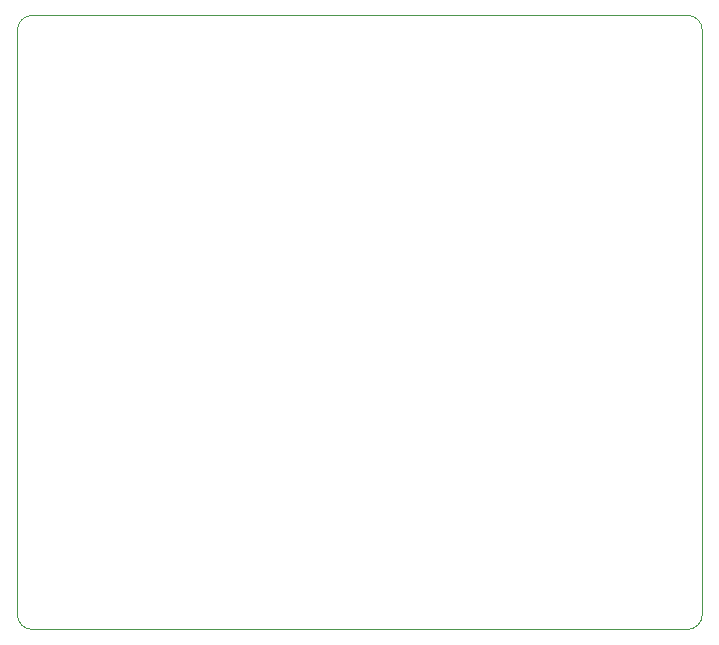
<source format=gbr>
G04*
G04 #@! TF.GenerationSoftware,Altium Limited,Altium Designer,24.6.1 (21)*
G04*
G04 Layer_Color=0*
%FSLAX25Y25*%
%MOIN*%
G70*
G04*
G04 #@! TF.SameCoordinates,FB6864B3-348A-4B3C-8FDE-2C751703143F*
G04*
G04*
G04 #@! TF.FilePolarity,Positive*
G04*
G01*
G75*
%ADD68C,0.00100*%
D68*
X0Y5000D02*
Y199724D01*
D02*
G02*
X5000Y204724I5000J0D01*
G01*
X223346D01*
D02*
G02*
X228346Y199724I0J-5000D01*
G01*
Y5000D01*
D02*
G02*
X223346Y0I-5000J0D01*
G01*
X5000D01*
D02*
G02*
X0Y5000I0J5000D01*
G01*
M02*

</source>
